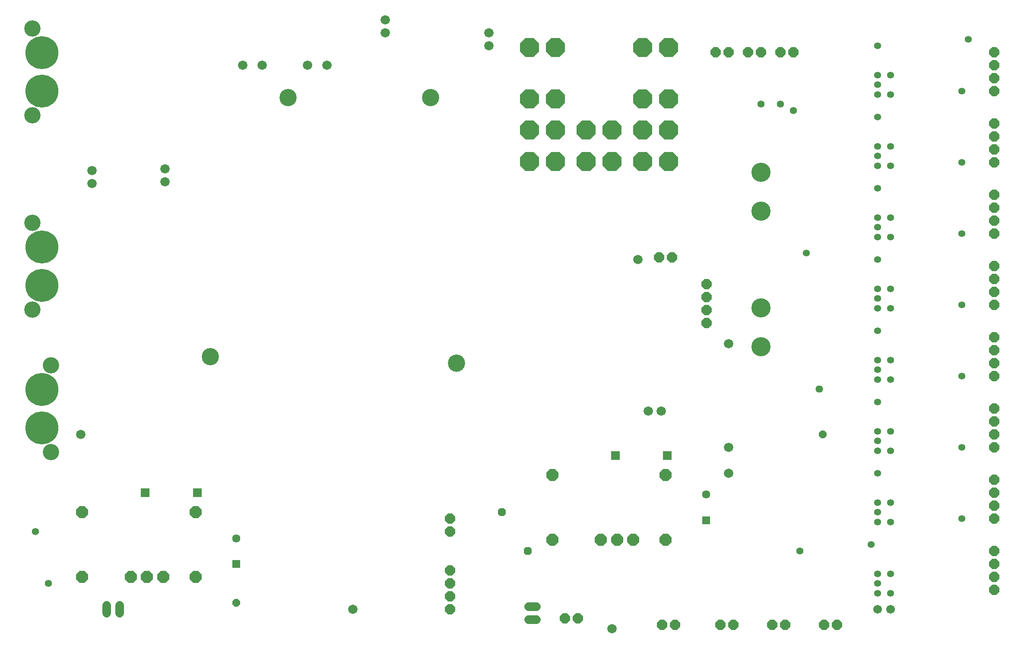
<source format=gbs>
G75*
%MOIN*%
%OFA0B0*%
%FSLAX25Y25*%
%IPPOS*%
%LPD*%
%AMOC8*
5,1,8,0,0,1.08239X$1,22.5*
%
%ADD10OC8,0.07924*%
%ADD11C,0.14800*%
%ADD12OC8,0.14918*%
%ADD13OC8,0.09050*%
%ADD14C,0.06800*%
%ADD15R,0.06546X0.06546*%
%ADD16R,0.06350X0.06350*%
%ADD17C,0.06350*%
%ADD18C,0.12600*%
%ADD19C,0.25469*%
%ADD20C,0.07200*%
%ADD21C,0.13300*%
%ADD22C,0.05359*%
%ADD23C,0.05556*%
%ADD24C,0.05753*%
%ADD25OC8,0.06146*%
%ADD26OC8,0.05950*%
%ADD27C,0.06737*%
D10*
X0993000Y0963000D03*
X0993000Y0973000D03*
X0993000Y0983000D03*
X0993000Y0993000D03*
X0993000Y1023000D03*
X0993000Y1033000D03*
X1081700Y0956100D03*
X1091700Y0956100D03*
X1156700Y0951100D03*
X1166700Y0951100D03*
X1201700Y0951100D03*
X1211700Y0951100D03*
X1241700Y0951100D03*
X1251700Y0951100D03*
X1281700Y0951100D03*
X1291700Y0951100D03*
X1413000Y0978000D03*
X1413000Y0988000D03*
X1413000Y0998000D03*
X1413000Y1008000D03*
X1413000Y1033000D03*
X1413000Y1043000D03*
X1413000Y1053000D03*
X1413000Y1063000D03*
X1413000Y1088000D03*
X1413000Y1098000D03*
X1413000Y1108000D03*
X1413000Y1118000D03*
X1413000Y1143000D03*
X1413000Y1153000D03*
X1413000Y1163000D03*
X1413000Y1173000D03*
X1413000Y1198000D03*
X1413000Y1208000D03*
X1413000Y1218000D03*
X1413000Y1228000D03*
X1413000Y1253000D03*
X1413000Y1263000D03*
X1413000Y1273000D03*
X1413000Y1283000D03*
X1413000Y1308000D03*
X1413000Y1318000D03*
X1413000Y1328000D03*
X1413000Y1338000D03*
X1413000Y1363000D03*
X1413000Y1373000D03*
X1413000Y1383000D03*
X1413000Y1393000D03*
X1258000Y1393000D03*
X1248000Y1393000D03*
X1233000Y1393000D03*
X1223000Y1393000D03*
X1208000Y1393000D03*
X1198000Y1393000D03*
X1164300Y1234900D03*
X1154300Y1234900D03*
X1191100Y1214300D03*
X1191100Y1204300D03*
X1191100Y1194300D03*
X1191100Y1184300D03*
D11*
X1233000Y1195650D03*
X1233000Y1165650D03*
X1233000Y1270350D03*
X1233000Y1300350D03*
D12*
X1161701Y1308709D03*
X1141701Y1308709D03*
X1118000Y1308709D03*
X1098000Y1308709D03*
X1074299Y1308709D03*
X1074299Y1333000D03*
X1098000Y1333000D03*
X1118000Y1333000D03*
X1141701Y1333000D03*
X1161701Y1333000D03*
X1161701Y1357016D03*
X1141701Y1357016D03*
X1141701Y1396701D03*
X1161701Y1396701D03*
X1074299Y1396701D03*
X1054299Y1396701D03*
X1054299Y1357016D03*
X1054299Y1333000D03*
X1054299Y1308709D03*
X1074299Y1357016D03*
D13*
X1071950Y1066800D03*
X1071950Y1016800D03*
X1109450Y1016800D03*
X1121950Y1016800D03*
X1134450Y1016800D03*
X1159450Y1016800D03*
X1159450Y1066800D03*
X0796750Y1038000D03*
X0796750Y0988000D03*
X0771750Y0988000D03*
X0759250Y0988000D03*
X0746750Y0988000D03*
X0709250Y0988000D03*
X0709250Y1038000D03*
D14*
X0728000Y0966000D02*
X0728000Y0960000D01*
X0738000Y0960000D02*
X0738000Y0966000D01*
X1053800Y0965300D02*
X1059800Y0965300D01*
X1059800Y0955300D02*
X1053800Y0955300D01*
D15*
X1120621Y1081800D03*
X1160779Y1081800D03*
X0798079Y1053000D03*
X0757921Y1053000D03*
D16*
X0828000Y0998157D03*
X1190700Y1031957D03*
D17*
X1190700Y1051643D03*
X0828000Y1017843D03*
D18*
X0685100Y1084400D03*
X0685100Y1151600D03*
X0670900Y1194400D03*
X0670900Y1261600D03*
X0670900Y1344400D03*
X0670900Y1411600D03*
D19*
X0678000Y1392750D03*
X0678000Y1363250D03*
X0678000Y1242750D03*
X0678000Y1213250D03*
X0678000Y1132750D03*
X0678000Y1103250D03*
D20*
X0708000Y1098000D03*
X0716800Y1291900D03*
X0716800Y1301900D03*
X0773000Y1303000D03*
X0773000Y1293000D03*
X0833000Y1383000D03*
X0848000Y1383000D03*
X0883000Y1383000D03*
X0898000Y1383000D03*
X0943000Y1408000D03*
X0943000Y1418000D03*
X1023000Y1408000D03*
X1023000Y1398000D03*
X1138000Y1233000D03*
X1208000Y1168000D03*
X1156200Y1116100D03*
X1146200Y1116100D03*
X1208000Y1088000D03*
X1208000Y1068000D03*
X1118000Y0948000D03*
X0918000Y0963000D03*
D21*
X0998000Y1153000D03*
X0808000Y1158000D03*
X0868000Y1358000D03*
X0978000Y1358000D03*
D22*
X1268000Y1238000D03*
X1323000Y1233000D03*
X1323000Y1250500D03*
X1323000Y1258000D03*
X1323000Y1265500D03*
X1333000Y1265500D03*
X1333000Y1250500D03*
X1323000Y1288000D03*
X1323000Y1305500D03*
X1323000Y1313000D03*
X1323000Y1320500D03*
X1333000Y1320500D03*
X1333000Y1305500D03*
X1323000Y1343000D03*
X1323000Y1360500D03*
X1323000Y1368000D03*
X1323000Y1375500D03*
X1333000Y1375500D03*
X1333000Y1360500D03*
X1323000Y1398000D03*
X1393000Y1403000D03*
X1388000Y1363000D03*
X1388000Y1308000D03*
X1388000Y1253000D03*
X1388000Y1198000D03*
X1388000Y1143000D03*
X1388000Y1088000D03*
X1388000Y1033000D03*
X1333000Y1030500D03*
X1323000Y1030500D03*
X1323000Y1038000D03*
X1323000Y1045500D03*
X1333000Y1045500D03*
X1323006Y1068006D03*
X1323000Y1085500D03*
X1323000Y1093000D03*
X1323000Y1100500D03*
X1333000Y1100500D03*
X1333000Y1085500D03*
X1323000Y1123000D03*
X1323000Y1140500D03*
X1323000Y1148000D03*
X1323000Y1155500D03*
X1333000Y1155500D03*
X1333000Y1140500D03*
X1323000Y1178000D03*
X1323000Y1195500D03*
X1323000Y1203000D03*
X1323000Y1210500D03*
X1333000Y1210500D03*
X1333000Y1195500D03*
X1318000Y1013000D03*
X1323000Y0990500D03*
X1323000Y0983000D03*
X1323000Y0975500D03*
X1333000Y0975500D03*
X1333000Y0990500D03*
D23*
X1263000Y1008000D03*
X1258000Y1348000D03*
X1248000Y1353000D03*
X1233000Y1353000D03*
X0683000Y0983000D03*
X0673000Y1023000D03*
D24*
X1278000Y1133000D03*
D25*
X1053000Y1008000D03*
X1033000Y1038000D03*
D26*
X0828000Y0968000D03*
X1280625Y1098000D03*
D27*
X1323000Y0963000D03*
X1333000Y0963000D03*
M02*

</source>
